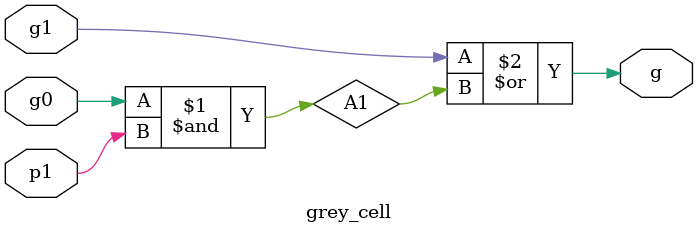
<source format=v>

module grey_cell (p1,g1,g0,g) ;

input p1,g1,g0 ;

output  g ;

assign A1 = g0 & p1 ;
assign g = g1 | A1 ;

endmodule

</source>
